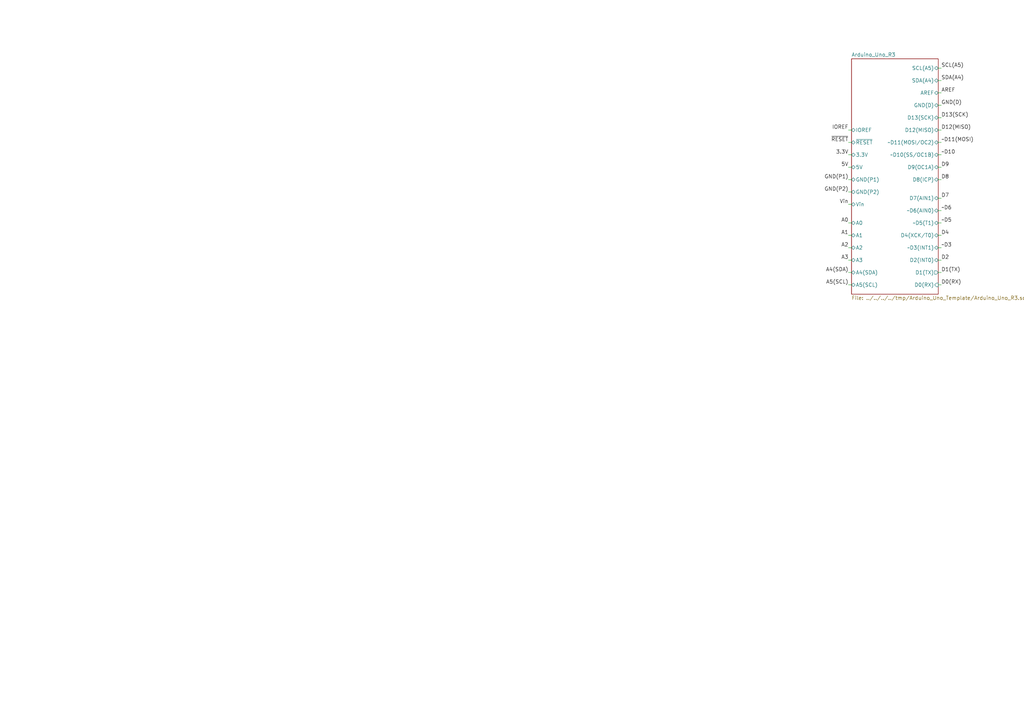
<source format=kicad_sch>
(kicad_sch (version 20230121) (generator eeschema)
  (paper "A3")
  (title_block (title "Arduino UNO R3 Template") (date "2018-08-02") (rev "0") (company "Jeff Russ") (comment 1 "Template for Arduino Uno based projects"))
  (lib_symbols)
  (wire (pts (xy 384.81 43.18) (xy 386.08 43.18)))
  (wire (pts (xy 384.81 81.28) (xy 386.08 81.28)))
  (wire (pts (xy 384.81 111.76) (xy 386.08 111.76)))
  (wire (pts (xy 384.81 27.94) (xy 386.08 27.94)))
  (wire (pts (xy 384.81 101.6) (xy 386.08 101.6)))
  (wire (pts (xy 384.81 73.66) (xy 386.08 73.66)))
  (wire (pts (xy 384.81 48.26) (xy 386.08 48.26)))
  (wire (pts (xy 384.81 38.1) (xy 386.08 38.1)))
  (wire (pts (xy 347.98 106.68) (xy 349.25 106.68)))
  (wire (pts (xy 347.98 96.52) (xy 349.25 96.52)))
  (wire (pts (xy 347.98 63.5) (xy 349.25 63.5)))
  (wire (pts (xy 347.98 101.6) (xy 349.25 101.6)))
  (wire (pts (xy 384.81 33.02) (xy 386.08 33.02)))
  (wire (pts (xy 384.81 63.5) (xy 386.08 63.5)))
  (wire (pts (xy 384.81 106.68) (xy 386.08 106.68)))
  (wire (pts (xy 347.98 58.42) (xy 349.25 58.42)))
  (wire (pts (xy 384.81 96.52) (xy 386.08 96.52)))
  (wire (pts (xy 384.81 58.42) (xy 386.08 58.42)))
  (wire (pts (xy 347.98 73.66) (xy 349.25 73.66)))
  (wire (pts (xy 384.81 86.36) (xy 386.08 86.36)))
  (wire (pts (xy 347.98 78.74) (xy 349.25 78.74)))
  (wire (pts (xy 384.81 53.34) (xy 386.08 53.34)))
  (wire (pts (xy 347.98 83.82) (xy 349.25 83.82)))
  (wire (pts (xy 347.98 116.84) (xy 349.25 116.84)))
  (wire (pts (xy 347.98 111.76) (xy 349.25 111.76)))
  (wire (pts (xy 347.98 68.58) (xy 349.25 68.58)))
  (wire (pts (xy 384.81 116.84) (xy 386.08 116.84)))
  (wire (pts (xy 347.98 91.44) (xy 349.25 91.44)))
  (wire (pts (xy 384.81 91.44) (xy 386.08 91.44)))
  (wire (pts (xy 347.98 53.34) (xy 349.25 53.34)))
  (wire (pts (xy 384.81 68.58) (xy 386.08 68.58)))
  (label "D8" (at 386.08 73.66 0) (effects (font (size 1.524 1.524))))
  (label "D7" (at 386.08 81.28 0) (effects (font (size 1.524 1.524))))
  (label "GND(P2)" (at 347.98 78.74 180) (effects (font (size 1.524 1.524))))
  (label "GND(P1)" (at 347.98 73.66 180) (effects (font (size 1.524 1.524))))
  (label "D9" (at 386.08 68.58 0) (effects (font (size 1.524 1.524))))
  (label "~D3" (at 386.08 101.6 0) (effects (font (size 1.524 1.524))))
  (label "A0" (at 347.98 91.44 180) (effects (font (size 1.524 1.524))))
  (label "A1" (at 347.98 96.52 180) (effects (font (size 1.524 1.524))))
  (label "GND(D)" (at 386.08 43.18 0) (effects (font (size 1.524 1.524))))
  (label "D4" (at 386.08 96.52 0) (effects (font (size 1.524 1.524))))
  (label "A3" (at 347.98 106.68 180) (effects (font (size 1.524 1.524))))
  (label "SDA(A4)" (at 386.08 33.02 0) (effects (font (size 1.524 1.524))))
  (label "~{RESET}" (at 347.98 58.42 180) (effects (font (size 1.524 1.524))))
  (label "AREF" (at 386.08 38.1 0) (effects (font (size 1.524 1.524))))
  (label "IOREF" (at 347.98 53.34 180) (effects (font (size 1.524 1.524))))
  (label "3.3V" (at 347.98 63.5 180) (effects (font (size 1.524 1.524))))
  (label "D12(MISO)" (at 386.08 53.34 0) (effects (font (size 1.524 1.524))))
  (label "SCL(A5)" (at 386.08 27.94 0) (effects (font (size 1.524 1.524))))
  (label "A2" (at 347.98 101.6 180) (effects (font (size 1.524 1.524))))
  (label "A4(SDA)" (at 347.98 111.76 180) (effects (font (size 1.524 1.524))))
  (label "~D10" (at 386.08 63.5 0) (effects (font (size 1.524 1.524))))
  (label "5V" (at 347.98 68.58 180) (effects (font (size 1.524 1.524))))
  (label "~D11(MOSI)" (at 386.08 58.42 0) (effects (font (size 1.524 1.524))))
  (label "D1(TX)" (at 386.08 111.76 0) (effects (font (size 1.524 1.524))))
  (label "~D5" (at 386.08 91.44 0) (effects (font (size 1.524 1.524))))
  (label "~D6" (at 386.08 86.36 0) (effects (font (size 1.524 1.524))))
  (label "D2" (at 386.08 106.68 0) (effects (font (size 1.524 1.524))))
  (label "D13(SCK)" (at 386.08 48.26 0) (effects (font (size 1.524 1.524))))
  (label "A5(SCL)" (at 347.98 116.84 180) (effects (font (size 1.524 1.524))))
  (label "D0(RX)" (at 386.08 116.84 0) (effects (font (size 1.524 1.524))))
  (label "Vin" (at 347.98 83.82 180) (effects (font (size 1.524 1.524))))
  (sheet (at 349.25 24.13) (size 35.56 96.52)
    (property "Sheetname" "Arduino_Uno_R3" (at 349.25 23.3041 0) (effects (font (size 1.4986 1.4986)) (justify left bottom)))
    (property "Sheetfile" "../../../../tmp/Arduino_Uno_Template/Arduino_Uno_R3.sch" (at 349.25 121.326 0) (effects (font (size 1.4986 1.4986)) (justify left top)))
    (pin "D0(RX)" input (at 384.81 116.84 0) (effects (font (size 1.4986 1.4986))))
    (pin "D1(TX)" output (at 384.81 111.76 0) (effects (font (size 1.4986 1.4986))))
    (pin "D2(INT0)" bidirectional (at 384.81 106.68 0) (effects (font (size 1.4986 1.4986))))
    (pin "~D3(INT1)" bidirectional (at 384.81 101.6 0) (effects (font (size 1.4986 1.4986))))
    (pin "D4(XCK/T0)" bidirectional (at 384.81 96.52 0) (effects (font (size 1.4986 1.4986))))
    (pin "~D5(T1)" bidirectional (at 384.81 91.44 0) (effects (font (size 1.4986 1.4986))))
    (pin "~D6(AIN0)" bidirectional (at 384.81 86.36 0) (effects (font (size 1.4986 1.4986))))
    (pin "D7(AIN1)" bidirectional (at 384.81 81.28 0) (effects (font (size 1.4986 1.4986))))
    (pin "D8(ICP)" bidirectional (at 384.81 73.66 0) (effects (font (size 1.4986 1.4986))))
    (pin "D9(OC1A)" bidirectional (at 384.81 68.58 0) (effects (font (size 1.4986 1.4986))))
    (pin "~D10(SS/OC1B)" bidirectional (at 384.81 63.5 0) (effects (font (size 1.4986 1.4986))))
    (pin "~D11(MOSI/OC2)" bidirectional (at 384.81 58.42 0) (effects (font (size 1.4986 1.4986))))
    (pin "D12(MISO)" bidirectional (at 384.81 53.34 0) (effects (font (size 1.4986 1.4986))))
    (pin "D13(SCK)" bidirectional (at 384.81 48.26 0) (effects (font (size 1.4986 1.4986))))
    (pin "GND(D)" bidirectional (at 384.81 43.18 0) (effects (font (size 1.4986 1.4986))))
    (pin "AREF" bidirectional (at 384.81 38.1 0) (effects (font (size 1.4986 1.4986))))
    (pin "SDA(A4)" bidirectional (at 384.81 33.02 0) (effects (font (size 1.4986 1.4986))))
    (pin "SCL(A5)" bidirectional (at 384.81 27.94 0) (effects (font (size 1.4986 1.4986))))
    (pin "IOREF" bidirectional (at 349.25 53.34 180) (effects (font (size 1.4986 1.4986))))
    (pin "~{RESET}" bidirectional (at 349.25 58.42 180) (effects (font (size 1.4986 1.4986))))
    (pin "3.3V" bidirectional (at 349.25 63.5 180) (effects (font (size 1.4986 1.4986))))
    (pin "5V" bidirectional (at 349.25 68.58 180) (effects (font (size 1.4986 1.4986))))
    (pin "GND(P1)" bidirectional (at 349.25 73.66 180) (effects (font (size 1.4986 1.4986))))
    (pin "GND(P2)" bidirectional (at 349.25 78.74 180) (effects (font (size 1.4986 1.4986))))
    (pin "Vin" bidirectional (at 349.25 83.82 180) (effects (font (size 1.4986 1.4986))))
    (pin "A0" bidirectional (at 349.25 91.44 180) (effects (font (size 1.4986 1.4986))))
    (pin "A1" bidirectional (at 349.25 96.52 180) (effects (font (size 1.4986 1.4986))))
    (pin "A2" bidirectional (at 349.25 101.6 180) (effects (font (size 1.4986 1.4986))))
    (pin "A3" bidirectional (at 349.25 106.68 180) (effects (font (size 1.4986 1.4986))))
    (pin "A4(SDA)" bidirectional (at 349.25 111.76 180) (effects (font (size 1.4986 1.4986))))
    (pin "A5(SCL)" bidirectional (at 349.25 116.84 180) (effects (font (size 1.4986 1.4986))))
  )
)
</source>
